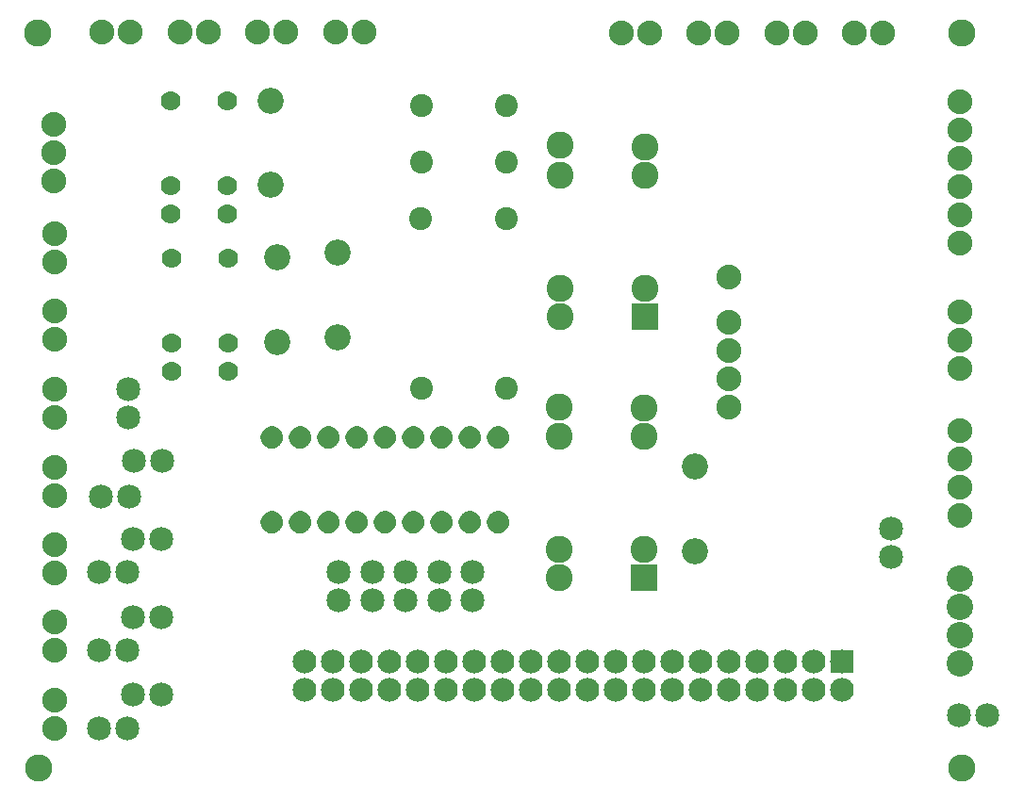
<source format=gbs>
G04 MADE WITH FRITZING*
G04 WWW.FRITZING.ORG*
G04 DOUBLE SIDED*
G04 HOLES PLATED*
G04 CONTOUR ON CENTER OF CONTOUR VECTOR*
%ASAXBY*%
%FSLAX23Y23*%
%MOIN*%
%OFA0B0*%
%SFA1.0B1.0*%
%ADD10C,0.084000*%
%ADD11C,0.088000*%
%ADD12C,0.070000*%
%ADD13C,0.085000*%
%ADD14C,0.095750*%
%ADD15C,0.092000*%
%ADD16C,0.096614*%
%ADD17C,0.093307*%
%ADD18C,0.081181*%
%ADD19R,0.084000X0.084000*%
%ADD20R,0.010171X0.010171*%
%ADD21R,0.095736X0.095736*%
%ADD22C,0.030000*%
%ADD23R,0.001000X0.001000*%
%LNMASK0*%
G90*
G70*
G54D10*
X2992Y486D03*
X2892Y486D03*
X2792Y486D03*
X2692Y486D03*
X2592Y486D03*
X2492Y486D03*
X2392Y486D03*
X2292Y486D03*
X2192Y486D03*
X2092Y486D03*
X1992Y486D03*
X1892Y486D03*
X1792Y486D03*
X1692Y486D03*
X1592Y486D03*
X1492Y486D03*
X1392Y486D03*
X1292Y486D03*
X1192Y486D03*
X1092Y486D03*
X2992Y386D03*
X2892Y386D03*
X2792Y386D03*
X2692Y386D03*
X2592Y386D03*
X2492Y386D03*
X2392Y386D03*
X2292Y386D03*
X2192Y386D03*
X2092Y386D03*
X1992Y386D03*
X1892Y386D03*
X1792Y386D03*
X1692Y386D03*
X1592Y386D03*
X1492Y386D03*
X1392Y386D03*
X1292Y386D03*
X1192Y386D03*
X1092Y386D03*
G54D11*
X2590Y1387D03*
X2590Y1487D03*
X2590Y1587D03*
X2590Y1687D03*
X3409Y1966D03*
X3409Y2066D03*
X3409Y2166D03*
X3409Y2266D03*
X3409Y2366D03*
X3409Y2466D03*
X2590Y1844D03*
X3409Y1521D03*
X3409Y1621D03*
X3409Y1721D03*
G54D12*
X618Y2468D03*
X618Y2168D03*
X618Y2068D03*
X818Y2068D03*
X818Y2468D03*
X818Y2168D03*
X622Y1913D03*
X622Y1613D03*
X622Y1513D03*
X822Y1513D03*
X822Y1913D03*
X822Y1613D03*
G54D11*
X2585Y2710D03*
X2485Y2710D03*
X1300Y2711D03*
X1200Y2711D03*
X3136Y2710D03*
X3036Y2710D03*
X752Y2711D03*
X652Y2711D03*
X1025Y2711D03*
X925Y2711D03*
X475Y2711D03*
X375Y2711D03*
X2860Y2710D03*
X2760Y2710D03*
X2310Y2710D03*
X2210Y2710D03*
G54D13*
X468Y1450D03*
X468Y1350D03*
G54D11*
X207Y1998D03*
X207Y1898D03*
X207Y1448D03*
X207Y1348D03*
X207Y1724D03*
X207Y1624D03*
X207Y348D03*
X207Y248D03*
X207Y1172D03*
X207Y1072D03*
X207Y899D03*
X207Y799D03*
X207Y624D03*
X207Y524D03*
G54D13*
X366Y250D03*
X466Y250D03*
X484Y919D03*
X584Y919D03*
X484Y643D03*
X584Y643D03*
X370Y1068D03*
X470Y1068D03*
X487Y1194D03*
X587Y1194D03*
X484Y368D03*
X584Y368D03*
X366Y801D03*
X466Y801D03*
X366Y525D03*
X466Y525D03*
G54D14*
X1995Y1706D03*
X2295Y1806D03*
X1995Y1806D03*
X2295Y2206D03*
X1995Y2206D03*
X2295Y2306D03*
X1995Y2312D03*
X2295Y1706D03*
X1991Y781D03*
X2291Y881D03*
X1991Y881D03*
X2291Y1281D03*
X1991Y1281D03*
X2291Y1381D03*
X1991Y1387D03*
X2291Y781D03*
G54D11*
X206Y2387D03*
X206Y2287D03*
X206Y2187D03*
G54D13*
X1212Y702D03*
X1212Y802D03*
X1685Y702D03*
X1685Y802D03*
X1567Y702D03*
X1567Y802D03*
X1448Y702D03*
X1448Y802D03*
X1330Y702D03*
X1330Y802D03*
G54D15*
X1208Y1931D03*
X1208Y1633D03*
X2472Y1174D03*
X2472Y876D03*
X996Y1616D03*
X996Y1914D03*
X972Y2171D03*
X972Y2469D03*
G54D16*
X3413Y108D03*
X151Y108D03*
X149Y2710D03*
X3413Y2710D03*
G54D11*
X3409Y1002D03*
X3409Y1102D03*
X3409Y1202D03*
X3409Y1302D03*
G54D17*
X3409Y478D03*
X3409Y578D03*
X3409Y678D03*
X3409Y778D03*
G54D13*
X3405Y297D03*
X3505Y297D03*
X3165Y954D03*
X3165Y854D03*
G54D18*
X1504Y2253D03*
X1803Y2053D03*
X1803Y1453D03*
X1504Y1453D03*
X1502Y2053D03*
X1803Y2253D03*
X1504Y2453D03*
X1803Y2453D03*
G54D19*
X2992Y486D03*
G54D20*
X2296Y1808D03*
X1995Y1808D03*
X2293Y2206D03*
G54D21*
X2295Y1706D03*
G54D20*
X2292Y883D03*
X1991Y883D03*
X2290Y1281D03*
G54D21*
X2291Y781D03*
G54D22*
G36*
X1239Y1901D02*
X1177Y1901D01*
X1177Y1963D01*
X1239Y1963D01*
X1239Y1901D01*
G37*
D02*
G36*
X2503Y1144D02*
X2441Y1144D01*
X2441Y1206D01*
X2503Y1206D01*
X2503Y1144D01*
G37*
D02*
G36*
X965Y1646D02*
X1027Y1646D01*
X1027Y1584D01*
X965Y1584D01*
X965Y1646D01*
G37*
D02*
G36*
X941Y2201D02*
X1003Y2201D01*
X1003Y2139D01*
X941Y2139D01*
X941Y2201D01*
G37*
D02*
G54D23*
X972Y1318D02*
X978Y1318D01*
X1072Y1318D02*
X1078Y1318D01*
X1172Y1318D02*
X1178Y1318D01*
X1272Y1318D02*
X1278Y1318D01*
X1372Y1318D02*
X1378Y1318D01*
X1472Y1318D02*
X1478Y1318D01*
X1572Y1318D02*
X1578Y1318D01*
X1672Y1318D02*
X1678Y1318D01*
X1772Y1318D02*
X1778Y1318D01*
X967Y1317D02*
X983Y1317D01*
X1067Y1317D02*
X1083Y1317D01*
X1167Y1317D02*
X1183Y1317D01*
X1267Y1317D02*
X1283Y1317D01*
X1367Y1317D02*
X1383Y1317D01*
X1467Y1317D02*
X1483Y1317D01*
X1567Y1317D02*
X1583Y1317D01*
X1667Y1317D02*
X1683Y1317D01*
X1767Y1317D02*
X1783Y1317D01*
X964Y1316D02*
X987Y1316D01*
X1064Y1316D02*
X1087Y1316D01*
X1164Y1316D02*
X1186Y1316D01*
X1264Y1316D02*
X1286Y1316D01*
X1364Y1316D02*
X1386Y1316D01*
X1464Y1316D02*
X1486Y1316D01*
X1564Y1316D02*
X1586Y1316D01*
X1664Y1316D02*
X1686Y1316D01*
X1764Y1316D02*
X1786Y1316D01*
X962Y1315D02*
X989Y1315D01*
X1062Y1315D02*
X1089Y1315D01*
X1162Y1315D02*
X1189Y1315D01*
X1262Y1315D02*
X1289Y1315D01*
X1362Y1315D02*
X1389Y1315D01*
X1462Y1315D02*
X1489Y1315D01*
X1562Y1315D02*
X1589Y1315D01*
X1661Y1315D02*
X1689Y1315D01*
X1761Y1315D02*
X1789Y1315D01*
X960Y1314D02*
X991Y1314D01*
X1060Y1314D02*
X1091Y1314D01*
X1160Y1314D02*
X1191Y1314D01*
X1260Y1314D02*
X1291Y1314D01*
X1360Y1314D02*
X1391Y1314D01*
X1460Y1314D02*
X1491Y1314D01*
X1559Y1314D02*
X1591Y1314D01*
X1659Y1314D02*
X1691Y1314D01*
X1759Y1314D02*
X1791Y1314D01*
X958Y1313D02*
X993Y1313D01*
X1058Y1313D02*
X1093Y1313D01*
X1158Y1313D02*
X1193Y1313D01*
X1258Y1313D02*
X1293Y1313D01*
X1358Y1313D02*
X1393Y1313D01*
X1458Y1313D02*
X1493Y1313D01*
X1558Y1313D02*
X1593Y1313D01*
X1658Y1313D02*
X1693Y1313D01*
X1758Y1313D02*
X1793Y1313D01*
X956Y1312D02*
X994Y1312D01*
X1056Y1312D02*
X1094Y1312D01*
X1156Y1312D02*
X1194Y1312D01*
X1256Y1312D02*
X1294Y1312D01*
X1356Y1312D02*
X1394Y1312D01*
X1456Y1312D02*
X1494Y1312D01*
X1556Y1312D02*
X1594Y1312D01*
X1656Y1312D02*
X1694Y1312D01*
X1756Y1312D02*
X1794Y1312D01*
X955Y1311D02*
X996Y1311D01*
X1055Y1311D02*
X1096Y1311D01*
X1155Y1311D02*
X1196Y1311D01*
X1255Y1311D02*
X1296Y1311D01*
X1355Y1311D02*
X1396Y1311D01*
X1455Y1311D02*
X1496Y1311D01*
X1554Y1311D02*
X1596Y1311D01*
X1654Y1311D02*
X1696Y1311D01*
X1754Y1311D02*
X1796Y1311D01*
X953Y1310D02*
X997Y1310D01*
X1053Y1310D02*
X1097Y1310D01*
X1153Y1310D02*
X1197Y1310D01*
X1253Y1310D02*
X1297Y1310D01*
X1353Y1310D02*
X1397Y1310D01*
X1453Y1310D02*
X1497Y1310D01*
X1553Y1310D02*
X1597Y1310D01*
X1653Y1310D02*
X1697Y1310D01*
X1753Y1310D02*
X1797Y1310D01*
X952Y1309D02*
X999Y1309D01*
X1052Y1309D02*
X1099Y1309D01*
X1152Y1309D02*
X1199Y1309D01*
X1252Y1309D02*
X1299Y1309D01*
X1352Y1309D02*
X1399Y1309D01*
X1452Y1309D02*
X1499Y1309D01*
X1552Y1309D02*
X1598Y1309D01*
X1652Y1309D02*
X1698Y1309D01*
X1752Y1309D02*
X1798Y1309D01*
X951Y1308D02*
X1000Y1308D01*
X1051Y1308D02*
X1100Y1308D01*
X1151Y1308D02*
X1200Y1308D01*
X1251Y1308D02*
X1300Y1308D01*
X1351Y1308D02*
X1400Y1308D01*
X1451Y1308D02*
X1500Y1308D01*
X1551Y1308D02*
X1600Y1308D01*
X1651Y1308D02*
X1700Y1308D01*
X1751Y1308D02*
X1800Y1308D01*
X950Y1307D02*
X1001Y1307D01*
X1050Y1307D02*
X1101Y1307D01*
X1150Y1307D02*
X1201Y1307D01*
X1250Y1307D02*
X1301Y1307D01*
X1350Y1307D02*
X1401Y1307D01*
X1450Y1307D02*
X1501Y1307D01*
X1550Y1307D02*
X1601Y1307D01*
X1650Y1307D02*
X1701Y1307D01*
X1750Y1307D02*
X1801Y1307D01*
X949Y1306D02*
X1002Y1306D01*
X1049Y1306D02*
X1102Y1306D01*
X1149Y1306D02*
X1202Y1306D01*
X1249Y1306D02*
X1302Y1306D01*
X1349Y1306D02*
X1402Y1306D01*
X1449Y1306D02*
X1502Y1306D01*
X1548Y1306D02*
X1602Y1306D01*
X1648Y1306D02*
X1702Y1306D01*
X1748Y1306D02*
X1802Y1306D01*
X948Y1305D02*
X1003Y1305D01*
X1048Y1305D02*
X1103Y1305D01*
X1148Y1305D02*
X1203Y1305D01*
X1248Y1305D02*
X1303Y1305D01*
X1348Y1305D02*
X1403Y1305D01*
X1448Y1305D02*
X1503Y1305D01*
X1548Y1305D02*
X1603Y1305D01*
X1647Y1305D02*
X1703Y1305D01*
X1747Y1305D02*
X1803Y1305D01*
X947Y1304D02*
X1004Y1304D01*
X1047Y1304D02*
X1104Y1304D01*
X1147Y1304D02*
X1204Y1304D01*
X1247Y1304D02*
X1304Y1304D01*
X1347Y1304D02*
X1404Y1304D01*
X1447Y1304D02*
X1504Y1304D01*
X1547Y1304D02*
X1604Y1304D01*
X1647Y1304D02*
X1704Y1304D01*
X1747Y1304D02*
X1804Y1304D01*
X946Y1303D02*
X1005Y1303D01*
X1046Y1303D02*
X1105Y1303D01*
X1146Y1303D02*
X1205Y1303D01*
X1246Y1303D02*
X1305Y1303D01*
X1346Y1303D02*
X1405Y1303D01*
X1446Y1303D02*
X1505Y1303D01*
X1546Y1303D02*
X1605Y1303D01*
X1646Y1303D02*
X1705Y1303D01*
X1746Y1303D02*
X1805Y1303D01*
X945Y1302D02*
X1006Y1302D01*
X1045Y1302D02*
X1106Y1302D01*
X1145Y1302D02*
X1206Y1302D01*
X1245Y1302D02*
X1306Y1302D01*
X1345Y1302D02*
X1406Y1302D01*
X1445Y1302D02*
X1506Y1302D01*
X1545Y1302D02*
X1605Y1302D01*
X1645Y1302D02*
X1705Y1302D01*
X1745Y1302D02*
X1805Y1302D01*
X944Y1301D02*
X1006Y1301D01*
X1044Y1301D02*
X1106Y1301D01*
X1144Y1301D02*
X1206Y1301D01*
X1244Y1301D02*
X1306Y1301D01*
X1344Y1301D02*
X1406Y1301D01*
X1444Y1301D02*
X1506Y1301D01*
X1544Y1301D02*
X1606Y1301D01*
X1644Y1301D02*
X1706Y1301D01*
X1744Y1301D02*
X1806Y1301D01*
X943Y1300D02*
X1007Y1300D01*
X1043Y1300D02*
X1107Y1300D01*
X1143Y1300D02*
X1207Y1300D01*
X1243Y1300D02*
X1307Y1300D01*
X1343Y1300D02*
X1407Y1300D01*
X1443Y1300D02*
X1507Y1300D01*
X1543Y1300D02*
X1607Y1300D01*
X1643Y1300D02*
X1707Y1300D01*
X1743Y1300D02*
X1807Y1300D01*
X943Y1299D02*
X1008Y1299D01*
X1043Y1299D02*
X1108Y1299D01*
X1143Y1299D02*
X1208Y1299D01*
X1243Y1299D02*
X1308Y1299D01*
X1343Y1299D02*
X1408Y1299D01*
X1443Y1299D02*
X1508Y1299D01*
X1543Y1299D02*
X1608Y1299D01*
X1643Y1299D02*
X1708Y1299D01*
X1743Y1299D02*
X1808Y1299D01*
X942Y1298D02*
X1009Y1298D01*
X1042Y1298D02*
X1108Y1298D01*
X1142Y1298D02*
X1208Y1298D01*
X1242Y1298D02*
X1308Y1298D01*
X1342Y1298D02*
X1408Y1298D01*
X1442Y1298D02*
X1508Y1298D01*
X1542Y1298D02*
X1608Y1298D01*
X1642Y1298D02*
X1708Y1298D01*
X1742Y1298D02*
X1808Y1298D01*
X941Y1297D02*
X1009Y1297D01*
X1041Y1297D02*
X1109Y1297D01*
X1141Y1297D02*
X1209Y1297D01*
X1241Y1297D02*
X1309Y1297D01*
X1341Y1297D02*
X1409Y1297D01*
X1441Y1297D02*
X1509Y1297D01*
X1541Y1297D02*
X1609Y1297D01*
X1641Y1297D02*
X1709Y1297D01*
X1741Y1297D02*
X1809Y1297D01*
X941Y1296D02*
X1010Y1296D01*
X1041Y1296D02*
X1110Y1296D01*
X1141Y1296D02*
X1210Y1296D01*
X1241Y1296D02*
X1310Y1296D01*
X1341Y1296D02*
X1410Y1296D01*
X1441Y1296D02*
X1510Y1296D01*
X1541Y1296D02*
X1610Y1296D01*
X1641Y1296D02*
X1710Y1296D01*
X1741Y1296D02*
X1810Y1296D01*
X940Y1295D02*
X1010Y1295D01*
X1040Y1295D02*
X1110Y1295D01*
X1140Y1295D02*
X1210Y1295D01*
X1240Y1295D02*
X1310Y1295D01*
X1340Y1295D02*
X1410Y1295D01*
X1440Y1295D02*
X1510Y1295D01*
X1540Y1295D02*
X1610Y1295D01*
X1640Y1295D02*
X1710Y1295D01*
X1740Y1295D02*
X1810Y1295D01*
X940Y1294D02*
X1011Y1294D01*
X1040Y1294D02*
X1111Y1294D01*
X1140Y1294D02*
X1211Y1294D01*
X1240Y1294D02*
X1311Y1294D01*
X1340Y1294D02*
X1411Y1294D01*
X1440Y1294D02*
X1511Y1294D01*
X1540Y1294D02*
X1611Y1294D01*
X1640Y1294D02*
X1711Y1294D01*
X1740Y1294D02*
X1811Y1294D01*
X939Y1293D02*
X1011Y1293D01*
X1039Y1293D02*
X1111Y1293D01*
X1139Y1293D02*
X1211Y1293D01*
X1239Y1293D02*
X1311Y1293D01*
X1339Y1293D02*
X1411Y1293D01*
X1439Y1293D02*
X1511Y1293D01*
X1539Y1293D02*
X1611Y1293D01*
X1639Y1293D02*
X1711Y1293D01*
X1739Y1293D02*
X1811Y1293D01*
X939Y1292D02*
X1012Y1292D01*
X1039Y1292D02*
X1112Y1292D01*
X1139Y1292D02*
X1212Y1292D01*
X1239Y1292D02*
X1312Y1292D01*
X1339Y1292D02*
X1412Y1292D01*
X1439Y1292D02*
X1512Y1292D01*
X1539Y1292D02*
X1612Y1292D01*
X1639Y1292D02*
X1712Y1292D01*
X1739Y1292D02*
X1812Y1292D01*
X938Y1291D02*
X1012Y1291D01*
X1038Y1291D02*
X1112Y1291D01*
X1138Y1291D02*
X1212Y1291D01*
X1238Y1291D02*
X1312Y1291D01*
X1338Y1291D02*
X1412Y1291D01*
X1438Y1291D02*
X1512Y1291D01*
X1538Y1291D02*
X1612Y1291D01*
X1638Y1291D02*
X1712Y1291D01*
X1738Y1291D02*
X1812Y1291D01*
X938Y1290D02*
X1013Y1290D01*
X1038Y1290D02*
X1113Y1290D01*
X1138Y1290D02*
X1213Y1290D01*
X1238Y1290D02*
X1312Y1290D01*
X1338Y1290D02*
X1412Y1290D01*
X1438Y1290D02*
X1512Y1290D01*
X1538Y1290D02*
X1612Y1290D01*
X1638Y1290D02*
X1712Y1290D01*
X1738Y1290D02*
X1812Y1290D01*
X938Y1289D02*
X1013Y1289D01*
X1038Y1289D02*
X1113Y1289D01*
X1138Y1289D02*
X1213Y1289D01*
X1238Y1289D02*
X1313Y1289D01*
X1338Y1289D02*
X1413Y1289D01*
X1438Y1289D02*
X1513Y1289D01*
X1538Y1289D02*
X1613Y1289D01*
X1638Y1289D02*
X1713Y1289D01*
X1738Y1289D02*
X1813Y1289D01*
X937Y1288D02*
X1013Y1288D01*
X1037Y1288D02*
X1113Y1288D01*
X1137Y1288D02*
X1213Y1288D01*
X1237Y1288D02*
X1313Y1288D01*
X1337Y1288D02*
X1413Y1288D01*
X1437Y1288D02*
X1513Y1288D01*
X1537Y1288D02*
X1613Y1288D01*
X1637Y1288D02*
X1713Y1288D01*
X1737Y1288D02*
X1813Y1288D01*
X937Y1287D02*
X1014Y1287D01*
X1037Y1287D02*
X1114Y1287D01*
X1137Y1287D02*
X1213Y1287D01*
X1237Y1287D02*
X1313Y1287D01*
X1337Y1287D02*
X1413Y1287D01*
X1437Y1287D02*
X1513Y1287D01*
X1537Y1287D02*
X1613Y1287D01*
X1637Y1287D02*
X1713Y1287D01*
X1737Y1287D02*
X1813Y1287D01*
X937Y1286D02*
X1014Y1286D01*
X1037Y1286D02*
X1114Y1286D01*
X1137Y1286D02*
X1214Y1286D01*
X1237Y1286D02*
X1314Y1286D01*
X1337Y1286D02*
X1414Y1286D01*
X1437Y1286D02*
X1514Y1286D01*
X1537Y1286D02*
X1614Y1286D01*
X1637Y1286D02*
X1714Y1286D01*
X1737Y1286D02*
X1814Y1286D01*
X937Y1285D02*
X1014Y1285D01*
X1037Y1285D02*
X1114Y1285D01*
X1137Y1285D02*
X1214Y1285D01*
X1237Y1285D02*
X1314Y1285D01*
X1337Y1285D02*
X1414Y1285D01*
X1436Y1285D02*
X1514Y1285D01*
X1536Y1285D02*
X1614Y1285D01*
X1636Y1285D02*
X1714Y1285D01*
X1736Y1285D02*
X1814Y1285D01*
X936Y1284D02*
X1014Y1284D01*
X1036Y1284D02*
X1114Y1284D01*
X1136Y1284D02*
X1214Y1284D01*
X1236Y1284D02*
X1314Y1284D01*
X1336Y1284D02*
X1414Y1284D01*
X1436Y1284D02*
X1514Y1284D01*
X1536Y1284D02*
X1614Y1284D01*
X1636Y1284D02*
X1714Y1284D01*
X1736Y1284D02*
X1814Y1284D01*
X936Y1283D02*
X1014Y1283D01*
X1036Y1283D02*
X1114Y1283D01*
X1136Y1283D02*
X1214Y1283D01*
X1236Y1283D02*
X1314Y1283D01*
X1336Y1283D02*
X1414Y1283D01*
X1436Y1283D02*
X1514Y1283D01*
X1536Y1283D02*
X1614Y1283D01*
X1636Y1283D02*
X1714Y1283D01*
X1736Y1283D02*
X1814Y1283D01*
X936Y1282D02*
X1015Y1282D01*
X1036Y1282D02*
X1115Y1282D01*
X1136Y1282D02*
X1215Y1282D01*
X1236Y1282D02*
X1314Y1282D01*
X1336Y1282D02*
X1414Y1282D01*
X1436Y1282D02*
X1514Y1282D01*
X1536Y1282D02*
X1614Y1282D01*
X1636Y1282D02*
X1714Y1282D01*
X1736Y1282D02*
X1814Y1282D01*
X936Y1281D02*
X1015Y1281D01*
X1036Y1281D02*
X1115Y1281D01*
X1136Y1281D02*
X1215Y1281D01*
X1236Y1281D02*
X1315Y1281D01*
X1336Y1281D02*
X1415Y1281D01*
X1436Y1281D02*
X1515Y1281D01*
X1536Y1281D02*
X1614Y1281D01*
X1636Y1281D02*
X1714Y1281D01*
X1736Y1281D02*
X1814Y1281D01*
X936Y1280D02*
X1015Y1280D01*
X1036Y1280D02*
X1115Y1280D01*
X1136Y1280D02*
X1215Y1280D01*
X1236Y1280D02*
X1315Y1280D01*
X1336Y1280D02*
X1415Y1280D01*
X1436Y1280D02*
X1515Y1280D01*
X1536Y1280D02*
X1615Y1280D01*
X1636Y1280D02*
X1715Y1280D01*
X1736Y1280D02*
X1815Y1280D01*
X936Y1279D02*
X1015Y1279D01*
X1036Y1279D02*
X1115Y1279D01*
X1136Y1279D02*
X1215Y1279D01*
X1236Y1279D02*
X1315Y1279D01*
X1336Y1279D02*
X1415Y1279D01*
X1436Y1279D02*
X1515Y1279D01*
X1536Y1279D02*
X1615Y1279D01*
X1636Y1279D02*
X1715Y1279D01*
X1736Y1279D02*
X1815Y1279D01*
X936Y1278D02*
X1015Y1278D01*
X1036Y1278D02*
X1115Y1278D01*
X1136Y1278D02*
X1215Y1278D01*
X1236Y1278D02*
X1315Y1278D01*
X1336Y1278D02*
X1415Y1278D01*
X1436Y1278D02*
X1515Y1278D01*
X1536Y1278D02*
X1615Y1278D01*
X1636Y1278D02*
X1715Y1278D01*
X1736Y1278D02*
X1815Y1278D01*
X936Y1277D02*
X1015Y1277D01*
X1036Y1277D02*
X1115Y1277D01*
X1136Y1277D02*
X1215Y1277D01*
X1236Y1277D02*
X1315Y1277D01*
X1336Y1277D02*
X1415Y1277D01*
X1436Y1277D02*
X1515Y1277D01*
X1536Y1277D02*
X1615Y1277D01*
X1636Y1277D02*
X1715Y1277D01*
X1736Y1277D02*
X1815Y1277D01*
X936Y1276D02*
X1015Y1276D01*
X1036Y1276D02*
X1115Y1276D01*
X1136Y1276D02*
X1215Y1276D01*
X1236Y1276D02*
X1315Y1276D01*
X1336Y1276D02*
X1415Y1276D01*
X1436Y1276D02*
X1515Y1276D01*
X1536Y1276D02*
X1615Y1276D01*
X1636Y1276D02*
X1715Y1276D01*
X1736Y1276D02*
X1814Y1276D01*
X936Y1275D02*
X1015Y1275D01*
X1036Y1275D02*
X1115Y1275D01*
X1136Y1275D02*
X1215Y1275D01*
X1236Y1275D02*
X1315Y1275D01*
X1336Y1275D02*
X1415Y1275D01*
X1436Y1275D02*
X1515Y1275D01*
X1536Y1275D02*
X1614Y1275D01*
X1636Y1275D02*
X1714Y1275D01*
X1736Y1275D02*
X1814Y1275D01*
X936Y1274D02*
X1014Y1274D01*
X1036Y1274D02*
X1114Y1274D01*
X1136Y1274D02*
X1214Y1274D01*
X1236Y1274D02*
X1314Y1274D01*
X1336Y1274D02*
X1414Y1274D01*
X1436Y1274D02*
X1514Y1274D01*
X1536Y1274D02*
X1614Y1274D01*
X1636Y1274D02*
X1714Y1274D01*
X1736Y1274D02*
X1814Y1274D01*
X936Y1273D02*
X1014Y1273D01*
X1036Y1273D02*
X1114Y1273D01*
X1136Y1273D02*
X1214Y1273D01*
X1236Y1273D02*
X1314Y1273D01*
X1336Y1273D02*
X1414Y1273D01*
X1436Y1273D02*
X1514Y1273D01*
X1536Y1273D02*
X1614Y1273D01*
X1636Y1273D02*
X1714Y1273D01*
X1736Y1273D02*
X1814Y1273D01*
X936Y1272D02*
X1014Y1272D01*
X1036Y1272D02*
X1114Y1272D01*
X1136Y1272D02*
X1214Y1272D01*
X1236Y1272D02*
X1314Y1272D01*
X1336Y1272D02*
X1414Y1272D01*
X1436Y1272D02*
X1514Y1272D01*
X1536Y1272D02*
X1614Y1272D01*
X1636Y1272D02*
X1714Y1272D01*
X1736Y1272D02*
X1814Y1272D01*
X937Y1271D02*
X1014Y1271D01*
X1037Y1271D02*
X1114Y1271D01*
X1137Y1271D02*
X1214Y1271D01*
X1237Y1271D02*
X1314Y1271D01*
X1337Y1271D02*
X1414Y1271D01*
X1437Y1271D02*
X1514Y1271D01*
X1537Y1271D02*
X1614Y1271D01*
X1637Y1271D02*
X1714Y1271D01*
X1737Y1271D02*
X1814Y1271D01*
X937Y1270D02*
X1014Y1270D01*
X1037Y1270D02*
X1114Y1270D01*
X1137Y1270D02*
X1214Y1270D01*
X1237Y1270D02*
X1314Y1270D01*
X1337Y1270D02*
X1414Y1270D01*
X1437Y1270D02*
X1514Y1270D01*
X1537Y1270D02*
X1614Y1270D01*
X1637Y1270D02*
X1714Y1270D01*
X1737Y1270D02*
X1814Y1270D01*
X937Y1269D02*
X1013Y1269D01*
X1037Y1269D02*
X1113Y1269D01*
X1137Y1269D02*
X1213Y1269D01*
X1237Y1269D02*
X1313Y1269D01*
X1337Y1269D02*
X1413Y1269D01*
X1437Y1269D02*
X1513Y1269D01*
X1537Y1269D02*
X1613Y1269D01*
X1637Y1269D02*
X1713Y1269D01*
X1737Y1269D02*
X1813Y1269D01*
X938Y1268D02*
X1013Y1268D01*
X1038Y1268D02*
X1113Y1268D01*
X1137Y1268D02*
X1213Y1268D01*
X1237Y1268D02*
X1313Y1268D01*
X1337Y1268D02*
X1413Y1268D01*
X1437Y1268D02*
X1513Y1268D01*
X1537Y1268D02*
X1613Y1268D01*
X1637Y1268D02*
X1713Y1268D01*
X1737Y1268D02*
X1813Y1268D01*
X938Y1267D02*
X1013Y1267D01*
X1038Y1267D02*
X1113Y1267D01*
X1138Y1267D02*
X1213Y1267D01*
X1238Y1267D02*
X1313Y1267D01*
X1338Y1267D02*
X1413Y1267D01*
X1438Y1267D02*
X1513Y1267D01*
X1538Y1267D02*
X1613Y1267D01*
X1638Y1267D02*
X1713Y1267D01*
X1738Y1267D02*
X1813Y1267D01*
X938Y1266D02*
X1012Y1266D01*
X1038Y1266D02*
X1112Y1266D01*
X1138Y1266D02*
X1212Y1266D01*
X1238Y1266D02*
X1312Y1266D01*
X1338Y1266D02*
X1412Y1266D01*
X1438Y1266D02*
X1512Y1266D01*
X1538Y1266D02*
X1612Y1266D01*
X1638Y1266D02*
X1712Y1266D01*
X1738Y1266D02*
X1812Y1266D01*
X939Y1265D02*
X1012Y1265D01*
X1039Y1265D02*
X1112Y1265D01*
X1139Y1265D02*
X1212Y1265D01*
X1239Y1265D02*
X1312Y1265D01*
X1339Y1265D02*
X1412Y1265D01*
X1439Y1265D02*
X1512Y1265D01*
X1539Y1265D02*
X1612Y1265D01*
X1638Y1265D02*
X1712Y1265D01*
X1738Y1265D02*
X1812Y1265D01*
X939Y1264D02*
X1012Y1264D01*
X1039Y1264D02*
X1112Y1264D01*
X1139Y1264D02*
X1212Y1264D01*
X1239Y1264D02*
X1311Y1264D01*
X1339Y1264D02*
X1411Y1264D01*
X1439Y1264D02*
X1511Y1264D01*
X1539Y1264D02*
X1611Y1264D01*
X1639Y1264D02*
X1711Y1264D01*
X1739Y1264D02*
X1811Y1264D01*
X940Y1263D02*
X1011Y1263D01*
X1040Y1263D02*
X1111Y1263D01*
X1139Y1263D02*
X1211Y1263D01*
X1239Y1263D02*
X1311Y1263D01*
X1339Y1263D02*
X1411Y1263D01*
X1439Y1263D02*
X1511Y1263D01*
X1539Y1263D02*
X1611Y1263D01*
X1639Y1263D02*
X1711Y1263D01*
X1739Y1263D02*
X1811Y1263D01*
X940Y1262D02*
X1011Y1262D01*
X1040Y1262D02*
X1111Y1262D01*
X1140Y1262D02*
X1211Y1262D01*
X1240Y1262D02*
X1311Y1262D01*
X1340Y1262D02*
X1410Y1262D01*
X1440Y1262D02*
X1510Y1262D01*
X1540Y1262D02*
X1610Y1262D01*
X1640Y1262D02*
X1710Y1262D01*
X1740Y1262D02*
X1810Y1262D01*
X941Y1261D02*
X1010Y1261D01*
X1041Y1261D02*
X1110Y1261D01*
X1141Y1261D02*
X1210Y1261D01*
X1241Y1261D02*
X1310Y1261D01*
X1340Y1261D02*
X1410Y1261D01*
X1440Y1261D02*
X1510Y1261D01*
X1540Y1261D02*
X1610Y1261D01*
X1640Y1261D02*
X1710Y1261D01*
X1740Y1261D02*
X1810Y1261D01*
X941Y1260D02*
X1010Y1260D01*
X1041Y1260D02*
X1109Y1260D01*
X1141Y1260D02*
X1209Y1260D01*
X1241Y1260D02*
X1309Y1260D01*
X1341Y1260D02*
X1409Y1260D01*
X1441Y1260D02*
X1509Y1260D01*
X1541Y1260D02*
X1609Y1260D01*
X1641Y1260D02*
X1709Y1260D01*
X1741Y1260D02*
X1809Y1260D01*
X942Y1259D02*
X1009Y1259D01*
X1042Y1259D02*
X1109Y1259D01*
X1142Y1259D02*
X1209Y1259D01*
X1242Y1259D02*
X1309Y1259D01*
X1342Y1259D02*
X1409Y1259D01*
X1442Y1259D02*
X1509Y1259D01*
X1542Y1259D02*
X1609Y1259D01*
X1642Y1259D02*
X1709Y1259D01*
X1742Y1259D02*
X1809Y1259D01*
X942Y1258D02*
X1008Y1258D01*
X1042Y1258D02*
X1108Y1258D01*
X1142Y1258D02*
X1208Y1258D01*
X1242Y1258D02*
X1308Y1258D01*
X1342Y1258D02*
X1408Y1258D01*
X1442Y1258D02*
X1508Y1258D01*
X1542Y1258D02*
X1608Y1258D01*
X1642Y1258D02*
X1708Y1258D01*
X1742Y1258D02*
X1808Y1258D01*
X943Y1257D02*
X1008Y1257D01*
X1043Y1257D02*
X1108Y1257D01*
X1143Y1257D02*
X1208Y1257D01*
X1243Y1257D02*
X1308Y1257D01*
X1343Y1257D02*
X1407Y1257D01*
X1443Y1257D02*
X1507Y1257D01*
X1543Y1257D02*
X1607Y1257D01*
X1643Y1257D02*
X1707Y1257D01*
X1743Y1257D02*
X1807Y1257D01*
X944Y1256D02*
X1007Y1256D01*
X1044Y1256D02*
X1107Y1256D01*
X1144Y1256D02*
X1207Y1256D01*
X1244Y1256D02*
X1307Y1256D01*
X1344Y1256D02*
X1407Y1256D01*
X1444Y1256D02*
X1507Y1256D01*
X1544Y1256D02*
X1607Y1256D01*
X1644Y1256D02*
X1707Y1256D01*
X1744Y1256D02*
X1807Y1256D01*
X945Y1255D02*
X1006Y1255D01*
X1045Y1255D02*
X1106Y1255D01*
X1145Y1255D02*
X1206Y1255D01*
X1244Y1255D02*
X1306Y1255D01*
X1344Y1255D02*
X1406Y1255D01*
X1444Y1255D02*
X1506Y1255D01*
X1544Y1255D02*
X1606Y1255D01*
X1644Y1255D02*
X1706Y1255D01*
X1744Y1255D02*
X1806Y1255D01*
X945Y1254D02*
X1005Y1254D01*
X1045Y1254D02*
X1105Y1254D01*
X1145Y1254D02*
X1205Y1254D01*
X1245Y1254D02*
X1305Y1254D01*
X1345Y1254D02*
X1405Y1254D01*
X1445Y1254D02*
X1505Y1254D01*
X1545Y1254D02*
X1605Y1254D01*
X1645Y1254D02*
X1705Y1254D01*
X1745Y1254D02*
X1805Y1254D01*
X946Y1253D02*
X1004Y1253D01*
X1046Y1253D02*
X1104Y1253D01*
X1146Y1253D02*
X1204Y1253D01*
X1246Y1253D02*
X1304Y1253D01*
X1346Y1253D02*
X1404Y1253D01*
X1446Y1253D02*
X1504Y1253D01*
X1546Y1253D02*
X1604Y1253D01*
X1646Y1253D02*
X1704Y1253D01*
X1746Y1253D02*
X1804Y1253D01*
X947Y1252D02*
X1003Y1252D01*
X1047Y1252D02*
X1103Y1252D01*
X1147Y1252D02*
X1203Y1252D01*
X1247Y1252D02*
X1303Y1252D01*
X1347Y1252D02*
X1403Y1252D01*
X1447Y1252D02*
X1503Y1252D01*
X1547Y1252D02*
X1603Y1252D01*
X1647Y1252D02*
X1703Y1252D01*
X1747Y1252D02*
X1803Y1252D01*
X948Y1251D02*
X1003Y1251D01*
X1048Y1251D02*
X1103Y1251D01*
X1148Y1251D02*
X1203Y1251D01*
X1248Y1251D02*
X1303Y1251D01*
X1348Y1251D02*
X1402Y1251D01*
X1448Y1251D02*
X1502Y1251D01*
X1548Y1251D02*
X1602Y1251D01*
X1648Y1251D02*
X1702Y1251D01*
X1748Y1251D02*
X1802Y1251D01*
X949Y1250D02*
X1002Y1250D01*
X1049Y1250D02*
X1102Y1250D01*
X1149Y1250D02*
X1202Y1250D01*
X1249Y1250D02*
X1301Y1250D01*
X1349Y1250D02*
X1401Y1250D01*
X1449Y1250D02*
X1501Y1250D01*
X1549Y1250D02*
X1601Y1250D01*
X1649Y1250D02*
X1701Y1250D01*
X1749Y1250D02*
X1801Y1250D01*
X950Y1249D02*
X1000Y1249D01*
X1050Y1249D02*
X1100Y1249D01*
X1150Y1249D02*
X1200Y1249D01*
X1250Y1249D02*
X1300Y1249D01*
X1350Y1249D02*
X1400Y1249D01*
X1450Y1249D02*
X1500Y1249D01*
X1550Y1249D02*
X1600Y1249D01*
X1650Y1249D02*
X1700Y1249D01*
X1750Y1249D02*
X1800Y1249D01*
X951Y1248D02*
X999Y1248D01*
X1051Y1248D02*
X1099Y1248D01*
X1151Y1248D02*
X1199Y1248D01*
X1251Y1248D02*
X1299Y1248D01*
X1351Y1248D02*
X1399Y1248D01*
X1451Y1248D02*
X1499Y1248D01*
X1551Y1248D02*
X1599Y1248D01*
X1651Y1248D02*
X1699Y1248D01*
X1751Y1248D02*
X1799Y1248D01*
X953Y1247D02*
X998Y1247D01*
X1053Y1247D02*
X1098Y1247D01*
X1152Y1247D02*
X1198Y1247D01*
X1252Y1247D02*
X1298Y1247D01*
X1352Y1247D02*
X1398Y1247D01*
X1452Y1247D02*
X1498Y1247D01*
X1552Y1247D02*
X1598Y1247D01*
X1652Y1247D02*
X1698Y1247D01*
X1752Y1247D02*
X1798Y1247D01*
X954Y1246D02*
X997Y1246D01*
X1054Y1246D02*
X1097Y1246D01*
X1154Y1246D02*
X1197Y1246D01*
X1254Y1246D02*
X1297Y1246D01*
X1354Y1246D02*
X1397Y1246D01*
X1454Y1246D02*
X1497Y1246D01*
X1554Y1246D02*
X1597Y1246D01*
X1654Y1246D02*
X1697Y1246D01*
X1754Y1246D02*
X1797Y1246D01*
X955Y1245D02*
X995Y1245D01*
X1055Y1245D02*
X1095Y1245D01*
X1155Y1245D02*
X1195Y1245D01*
X1255Y1245D02*
X1295Y1245D01*
X1355Y1245D02*
X1395Y1245D01*
X1455Y1245D02*
X1495Y1245D01*
X1555Y1245D02*
X1595Y1245D01*
X1655Y1245D02*
X1695Y1245D01*
X1755Y1245D02*
X1795Y1245D01*
X957Y1244D02*
X994Y1244D01*
X1057Y1244D02*
X1094Y1244D01*
X1157Y1244D02*
X1194Y1244D01*
X1257Y1244D02*
X1294Y1244D01*
X1357Y1244D02*
X1394Y1244D01*
X1457Y1244D02*
X1494Y1244D01*
X1557Y1244D02*
X1594Y1244D01*
X1657Y1244D02*
X1694Y1244D01*
X1757Y1244D02*
X1794Y1244D01*
X959Y1243D02*
X992Y1243D01*
X1059Y1243D02*
X1092Y1243D01*
X1159Y1243D02*
X1192Y1243D01*
X1258Y1243D02*
X1292Y1243D01*
X1358Y1243D02*
X1392Y1243D01*
X1458Y1243D02*
X1492Y1243D01*
X1558Y1243D02*
X1592Y1243D01*
X1658Y1243D02*
X1692Y1243D01*
X1758Y1243D02*
X1792Y1243D01*
X960Y1242D02*
X990Y1242D01*
X1060Y1242D02*
X1090Y1242D01*
X1160Y1242D02*
X1190Y1242D01*
X1260Y1242D02*
X1290Y1242D01*
X1360Y1242D02*
X1390Y1242D01*
X1460Y1242D02*
X1490Y1242D01*
X1560Y1242D02*
X1590Y1242D01*
X1660Y1242D02*
X1690Y1242D01*
X1760Y1242D02*
X1790Y1242D01*
X963Y1241D02*
X988Y1241D01*
X1063Y1241D02*
X1088Y1241D01*
X1163Y1241D02*
X1188Y1241D01*
X1263Y1241D02*
X1288Y1241D01*
X1363Y1241D02*
X1388Y1241D01*
X1463Y1241D02*
X1488Y1241D01*
X1563Y1241D02*
X1588Y1241D01*
X1663Y1241D02*
X1688Y1241D01*
X1763Y1241D02*
X1788Y1241D01*
X965Y1240D02*
X985Y1240D01*
X1065Y1240D02*
X1085Y1240D01*
X1165Y1240D02*
X1185Y1240D01*
X1265Y1240D02*
X1285Y1240D01*
X1365Y1240D02*
X1385Y1240D01*
X1465Y1240D02*
X1485Y1240D01*
X1565Y1240D02*
X1585Y1240D01*
X1665Y1240D02*
X1685Y1240D01*
X1765Y1240D02*
X1785Y1240D01*
X969Y1239D02*
X982Y1239D01*
X1069Y1239D02*
X1082Y1239D01*
X1169Y1239D02*
X1182Y1239D01*
X1269Y1239D02*
X1282Y1239D01*
X1369Y1239D02*
X1382Y1239D01*
X1469Y1239D02*
X1482Y1239D01*
X1569Y1239D02*
X1582Y1239D01*
X1669Y1239D02*
X1682Y1239D01*
X1769Y1239D02*
X1781Y1239D01*
X972Y1018D02*
X979Y1018D01*
X1072Y1018D02*
X1079Y1018D01*
X1172Y1018D02*
X1179Y1018D01*
X1272Y1018D02*
X1279Y1018D01*
X1372Y1018D02*
X1379Y1018D01*
X1472Y1018D02*
X1479Y1018D01*
X1572Y1018D02*
X1578Y1018D01*
X1672Y1018D02*
X1678Y1018D01*
X1772Y1018D02*
X1778Y1018D01*
X967Y1017D02*
X984Y1017D01*
X1067Y1017D02*
X1083Y1017D01*
X1167Y1017D02*
X1183Y1017D01*
X1267Y1017D02*
X1283Y1017D01*
X1367Y1017D02*
X1383Y1017D01*
X1467Y1017D02*
X1483Y1017D01*
X1567Y1017D02*
X1583Y1017D01*
X1667Y1017D02*
X1683Y1017D01*
X1767Y1017D02*
X1783Y1017D01*
X964Y1016D02*
X987Y1016D01*
X1064Y1016D02*
X1087Y1016D01*
X1164Y1016D02*
X1187Y1016D01*
X1264Y1016D02*
X1287Y1016D01*
X1364Y1016D02*
X1387Y1016D01*
X1464Y1016D02*
X1487Y1016D01*
X1564Y1016D02*
X1586Y1016D01*
X1664Y1016D02*
X1686Y1016D01*
X1764Y1016D02*
X1786Y1016D01*
X962Y1015D02*
X989Y1015D01*
X1062Y1015D02*
X1089Y1015D01*
X1162Y1015D02*
X1189Y1015D01*
X1261Y1015D02*
X1289Y1015D01*
X1361Y1015D02*
X1389Y1015D01*
X1461Y1015D02*
X1489Y1015D01*
X1561Y1015D02*
X1589Y1015D01*
X1661Y1015D02*
X1689Y1015D01*
X1761Y1015D02*
X1789Y1015D01*
X960Y1014D02*
X991Y1014D01*
X1060Y1014D02*
X1091Y1014D01*
X1160Y1014D02*
X1191Y1014D01*
X1259Y1014D02*
X1291Y1014D01*
X1359Y1014D02*
X1391Y1014D01*
X1459Y1014D02*
X1491Y1014D01*
X1559Y1014D02*
X1591Y1014D01*
X1659Y1014D02*
X1691Y1014D01*
X1759Y1014D02*
X1791Y1014D01*
X958Y1013D02*
X993Y1013D01*
X1058Y1013D02*
X1093Y1013D01*
X1158Y1013D02*
X1193Y1013D01*
X1258Y1013D02*
X1293Y1013D01*
X1358Y1013D02*
X1393Y1013D01*
X1458Y1013D02*
X1493Y1013D01*
X1558Y1013D02*
X1593Y1013D01*
X1658Y1013D02*
X1693Y1013D01*
X1758Y1013D02*
X1793Y1013D01*
X956Y1012D02*
X995Y1012D01*
X1056Y1012D02*
X1094Y1012D01*
X1156Y1012D02*
X1194Y1012D01*
X1256Y1012D02*
X1294Y1012D01*
X1356Y1012D02*
X1394Y1012D01*
X1456Y1012D02*
X1494Y1012D01*
X1556Y1012D02*
X1594Y1012D01*
X1656Y1012D02*
X1694Y1012D01*
X1756Y1012D02*
X1794Y1012D01*
X955Y1011D02*
X996Y1011D01*
X1055Y1011D02*
X1096Y1011D01*
X1155Y1011D02*
X1196Y1011D01*
X1254Y1011D02*
X1296Y1011D01*
X1354Y1011D02*
X1396Y1011D01*
X1454Y1011D02*
X1496Y1011D01*
X1554Y1011D02*
X1596Y1011D01*
X1654Y1011D02*
X1696Y1011D01*
X1754Y1011D02*
X1796Y1011D01*
X953Y1010D02*
X997Y1010D01*
X1053Y1010D02*
X1097Y1010D01*
X1153Y1010D02*
X1197Y1010D01*
X1253Y1010D02*
X1297Y1010D01*
X1353Y1010D02*
X1397Y1010D01*
X1453Y1010D02*
X1497Y1010D01*
X1553Y1010D02*
X1597Y1010D01*
X1653Y1010D02*
X1697Y1010D01*
X1753Y1010D02*
X1797Y1010D01*
X952Y1009D02*
X999Y1009D01*
X1052Y1009D02*
X1099Y1009D01*
X1152Y1009D02*
X1199Y1009D01*
X1252Y1009D02*
X1299Y1009D01*
X1352Y1009D02*
X1399Y1009D01*
X1452Y1009D02*
X1499Y1009D01*
X1552Y1009D02*
X1599Y1009D01*
X1652Y1009D02*
X1699Y1009D01*
X1752Y1009D02*
X1799Y1009D01*
X951Y1008D02*
X1000Y1008D01*
X1051Y1008D02*
X1100Y1008D01*
X1151Y1008D02*
X1200Y1008D01*
X1251Y1008D02*
X1300Y1008D01*
X1351Y1008D02*
X1400Y1008D01*
X1451Y1008D02*
X1500Y1008D01*
X1551Y1008D02*
X1600Y1008D01*
X1651Y1008D02*
X1700Y1008D01*
X1751Y1008D02*
X1800Y1008D01*
X950Y1007D02*
X1001Y1007D01*
X1050Y1007D02*
X1101Y1007D01*
X1150Y1007D02*
X1201Y1007D01*
X1250Y1007D02*
X1301Y1007D01*
X1350Y1007D02*
X1401Y1007D01*
X1450Y1007D02*
X1501Y1007D01*
X1550Y1007D02*
X1601Y1007D01*
X1649Y1007D02*
X1701Y1007D01*
X1749Y1007D02*
X1801Y1007D01*
X949Y1006D02*
X1002Y1006D01*
X1049Y1006D02*
X1102Y1006D01*
X1149Y1006D02*
X1202Y1006D01*
X1249Y1006D02*
X1302Y1006D01*
X1348Y1006D02*
X1402Y1006D01*
X1448Y1006D02*
X1502Y1006D01*
X1548Y1006D02*
X1602Y1006D01*
X1648Y1006D02*
X1702Y1006D01*
X1748Y1006D02*
X1802Y1006D01*
X948Y1005D02*
X1003Y1005D01*
X1048Y1005D02*
X1103Y1005D01*
X1148Y1005D02*
X1203Y1005D01*
X1248Y1005D02*
X1303Y1005D01*
X1348Y1005D02*
X1403Y1005D01*
X1447Y1005D02*
X1503Y1005D01*
X1547Y1005D02*
X1603Y1005D01*
X1647Y1005D02*
X1703Y1005D01*
X1747Y1005D02*
X1803Y1005D01*
X947Y1004D02*
X1004Y1004D01*
X1047Y1004D02*
X1104Y1004D01*
X1147Y1004D02*
X1204Y1004D01*
X1247Y1004D02*
X1304Y1004D01*
X1347Y1004D02*
X1404Y1004D01*
X1447Y1004D02*
X1504Y1004D01*
X1547Y1004D02*
X1604Y1004D01*
X1647Y1004D02*
X1704Y1004D01*
X1746Y1004D02*
X1804Y1004D01*
X946Y1003D02*
X1005Y1003D01*
X1046Y1003D02*
X1105Y1003D01*
X1146Y1003D02*
X1205Y1003D01*
X1246Y1003D02*
X1305Y1003D01*
X1346Y1003D02*
X1405Y1003D01*
X1446Y1003D02*
X1505Y1003D01*
X1546Y1003D02*
X1605Y1003D01*
X1646Y1003D02*
X1705Y1003D01*
X1746Y1003D02*
X1805Y1003D01*
X945Y1002D02*
X1006Y1002D01*
X1045Y1002D02*
X1106Y1002D01*
X1145Y1002D02*
X1206Y1002D01*
X1245Y1002D02*
X1306Y1002D01*
X1345Y1002D02*
X1406Y1002D01*
X1445Y1002D02*
X1506Y1002D01*
X1545Y1002D02*
X1606Y1002D01*
X1645Y1002D02*
X1705Y1002D01*
X1745Y1002D02*
X1805Y1002D01*
X944Y1001D02*
X1006Y1001D01*
X1044Y1001D02*
X1106Y1001D01*
X1144Y1001D02*
X1206Y1001D01*
X1244Y1001D02*
X1306Y1001D01*
X1344Y1001D02*
X1406Y1001D01*
X1444Y1001D02*
X1506Y1001D01*
X1544Y1001D02*
X1606Y1001D01*
X1644Y1001D02*
X1706Y1001D01*
X1744Y1001D02*
X1806Y1001D01*
X943Y1000D02*
X1007Y1000D01*
X1043Y1000D02*
X1107Y1000D01*
X1143Y1000D02*
X1207Y1000D01*
X1243Y1000D02*
X1307Y1000D01*
X1343Y1000D02*
X1407Y1000D01*
X1443Y1000D02*
X1507Y1000D01*
X1543Y1000D02*
X1607Y1000D01*
X1643Y1000D02*
X1707Y1000D01*
X1743Y1000D02*
X1807Y1000D01*
X943Y999D02*
X1008Y999D01*
X1043Y999D02*
X1108Y999D01*
X1143Y999D02*
X1208Y999D01*
X1243Y999D02*
X1308Y999D01*
X1343Y999D02*
X1408Y999D01*
X1443Y999D02*
X1508Y999D01*
X1543Y999D02*
X1608Y999D01*
X1643Y999D02*
X1708Y999D01*
X1743Y999D02*
X1808Y999D01*
X942Y998D02*
X1009Y998D01*
X1042Y998D02*
X1109Y998D01*
X1142Y998D02*
X1208Y998D01*
X1242Y998D02*
X1308Y998D01*
X1342Y998D02*
X1408Y998D01*
X1442Y998D02*
X1508Y998D01*
X1542Y998D02*
X1608Y998D01*
X1642Y998D02*
X1708Y998D01*
X1742Y998D02*
X1808Y998D01*
X941Y997D02*
X1009Y997D01*
X1041Y997D02*
X1109Y997D01*
X1141Y997D02*
X1209Y997D01*
X1241Y997D02*
X1309Y997D01*
X1341Y997D02*
X1409Y997D01*
X1441Y997D02*
X1509Y997D01*
X1541Y997D02*
X1609Y997D01*
X1641Y997D02*
X1709Y997D01*
X1741Y997D02*
X1809Y997D01*
X941Y996D02*
X1010Y996D01*
X1041Y996D02*
X1110Y996D01*
X1141Y996D02*
X1210Y996D01*
X1241Y996D02*
X1310Y996D01*
X1341Y996D02*
X1410Y996D01*
X1441Y996D02*
X1510Y996D01*
X1541Y996D02*
X1610Y996D01*
X1641Y996D02*
X1710Y996D01*
X1741Y996D02*
X1810Y996D01*
X940Y995D02*
X1010Y995D01*
X1040Y995D02*
X1110Y995D01*
X1140Y995D02*
X1210Y995D01*
X1240Y995D02*
X1310Y995D01*
X1340Y995D02*
X1410Y995D01*
X1440Y995D02*
X1510Y995D01*
X1540Y995D02*
X1610Y995D01*
X1640Y995D02*
X1710Y995D01*
X1740Y995D02*
X1810Y995D01*
X940Y994D02*
X1011Y994D01*
X1040Y994D02*
X1111Y994D01*
X1140Y994D02*
X1211Y994D01*
X1240Y994D02*
X1311Y994D01*
X1340Y994D02*
X1411Y994D01*
X1440Y994D02*
X1511Y994D01*
X1540Y994D02*
X1611Y994D01*
X1640Y994D02*
X1711Y994D01*
X1740Y994D02*
X1811Y994D01*
X939Y993D02*
X1011Y993D01*
X1039Y993D02*
X1111Y993D01*
X1139Y993D02*
X1211Y993D01*
X1239Y993D02*
X1311Y993D01*
X1339Y993D02*
X1411Y993D01*
X1439Y993D02*
X1511Y993D01*
X1539Y993D02*
X1611Y993D01*
X1639Y993D02*
X1711Y993D01*
X1739Y993D02*
X1811Y993D01*
X939Y992D02*
X1012Y992D01*
X1039Y992D02*
X1112Y992D01*
X1139Y992D02*
X1212Y992D01*
X1239Y992D02*
X1312Y992D01*
X1339Y992D02*
X1412Y992D01*
X1439Y992D02*
X1512Y992D01*
X1539Y992D02*
X1612Y992D01*
X1639Y992D02*
X1712Y992D01*
X1739Y992D02*
X1812Y992D01*
X938Y991D02*
X1012Y991D01*
X1038Y991D02*
X1112Y991D01*
X1138Y991D02*
X1212Y991D01*
X1238Y991D02*
X1312Y991D01*
X1338Y991D02*
X1412Y991D01*
X1438Y991D02*
X1512Y991D01*
X1538Y991D02*
X1612Y991D01*
X1638Y991D02*
X1712Y991D01*
X1738Y991D02*
X1812Y991D01*
X938Y990D02*
X1013Y990D01*
X1038Y990D02*
X1113Y990D01*
X1138Y990D02*
X1213Y990D01*
X1238Y990D02*
X1313Y990D01*
X1338Y990D02*
X1412Y990D01*
X1438Y990D02*
X1512Y990D01*
X1538Y990D02*
X1612Y990D01*
X1638Y990D02*
X1712Y990D01*
X1738Y990D02*
X1812Y990D01*
X938Y989D02*
X1013Y989D01*
X1038Y989D02*
X1113Y989D01*
X1138Y989D02*
X1213Y989D01*
X1238Y989D02*
X1313Y989D01*
X1338Y989D02*
X1413Y989D01*
X1438Y989D02*
X1513Y989D01*
X1538Y989D02*
X1613Y989D01*
X1638Y989D02*
X1713Y989D01*
X1738Y989D02*
X1813Y989D01*
X937Y988D02*
X1013Y988D01*
X1037Y988D02*
X1113Y988D01*
X1137Y988D02*
X1213Y988D01*
X1237Y988D02*
X1313Y988D01*
X1337Y988D02*
X1413Y988D01*
X1437Y988D02*
X1513Y988D01*
X1537Y988D02*
X1613Y988D01*
X1637Y988D02*
X1713Y988D01*
X1737Y988D02*
X1813Y988D01*
X937Y987D02*
X1014Y987D01*
X1037Y987D02*
X1114Y987D01*
X1137Y987D02*
X1213Y987D01*
X1237Y987D02*
X1313Y987D01*
X1337Y987D02*
X1413Y987D01*
X1437Y987D02*
X1513Y987D01*
X1537Y987D02*
X1613Y987D01*
X1637Y987D02*
X1713Y987D01*
X1737Y987D02*
X1813Y987D01*
X937Y986D02*
X1014Y986D01*
X1037Y986D02*
X1114Y986D01*
X1137Y986D02*
X1214Y986D01*
X1237Y986D02*
X1314Y986D01*
X1337Y986D02*
X1414Y986D01*
X1437Y986D02*
X1514Y986D01*
X1537Y986D02*
X1614Y986D01*
X1637Y986D02*
X1714Y986D01*
X1737Y986D02*
X1814Y986D01*
X937Y985D02*
X1014Y985D01*
X1037Y985D02*
X1114Y985D01*
X1137Y985D02*
X1214Y985D01*
X1237Y985D02*
X1314Y985D01*
X1336Y985D02*
X1414Y985D01*
X1436Y985D02*
X1514Y985D01*
X1536Y985D02*
X1614Y985D01*
X1636Y985D02*
X1714Y985D01*
X1736Y985D02*
X1814Y985D01*
X936Y984D02*
X1014Y984D01*
X1036Y984D02*
X1114Y984D01*
X1136Y984D02*
X1214Y984D01*
X1236Y984D02*
X1314Y984D01*
X1336Y984D02*
X1414Y984D01*
X1436Y984D02*
X1514Y984D01*
X1536Y984D02*
X1614Y984D01*
X1636Y984D02*
X1714Y984D01*
X1736Y984D02*
X1814Y984D01*
X936Y983D02*
X1014Y983D01*
X1036Y983D02*
X1114Y983D01*
X1136Y983D02*
X1214Y983D01*
X1236Y983D02*
X1314Y983D01*
X1336Y983D02*
X1414Y983D01*
X1436Y983D02*
X1514Y983D01*
X1536Y983D02*
X1614Y983D01*
X1636Y983D02*
X1714Y983D01*
X1736Y983D02*
X1814Y983D01*
X936Y982D02*
X1015Y982D01*
X1036Y982D02*
X1115Y982D01*
X1136Y982D02*
X1215Y982D01*
X1236Y982D02*
X1315Y982D01*
X1336Y982D02*
X1414Y982D01*
X1436Y982D02*
X1514Y982D01*
X1536Y982D02*
X1614Y982D01*
X1636Y982D02*
X1714Y982D01*
X1736Y982D02*
X1814Y982D01*
X936Y981D02*
X1015Y981D01*
X1036Y981D02*
X1115Y981D01*
X1136Y981D02*
X1215Y981D01*
X1236Y981D02*
X1315Y981D01*
X1336Y981D02*
X1415Y981D01*
X1436Y981D02*
X1515Y981D01*
X1536Y981D02*
X1615Y981D01*
X1636Y981D02*
X1714Y981D01*
X1736Y981D02*
X1814Y981D01*
X936Y980D02*
X1015Y980D01*
X1036Y980D02*
X1115Y980D01*
X1136Y980D02*
X1215Y980D01*
X1236Y980D02*
X1315Y980D01*
X1336Y980D02*
X1415Y980D01*
X1436Y980D02*
X1515Y980D01*
X1536Y980D02*
X1615Y980D01*
X1636Y980D02*
X1715Y980D01*
X1736Y980D02*
X1815Y980D01*
X936Y979D02*
X1015Y979D01*
X1036Y979D02*
X1115Y979D01*
X1136Y979D02*
X1215Y979D01*
X1236Y979D02*
X1315Y979D01*
X1336Y979D02*
X1415Y979D01*
X1436Y979D02*
X1515Y979D01*
X1536Y979D02*
X1615Y979D01*
X1636Y979D02*
X1715Y979D01*
X1736Y979D02*
X1815Y979D01*
X936Y978D02*
X1015Y978D01*
X1036Y978D02*
X1115Y978D01*
X1136Y978D02*
X1215Y978D01*
X1236Y978D02*
X1315Y978D01*
X1336Y978D02*
X1415Y978D01*
X1436Y978D02*
X1515Y978D01*
X1536Y978D02*
X1615Y978D01*
X1636Y978D02*
X1715Y978D01*
X1736Y978D02*
X1815Y978D01*
X936Y977D02*
X1015Y977D01*
X1036Y977D02*
X1115Y977D01*
X1136Y977D02*
X1215Y977D01*
X1236Y977D02*
X1315Y977D01*
X1336Y977D02*
X1415Y977D01*
X1436Y977D02*
X1515Y977D01*
X1536Y977D02*
X1615Y977D01*
X1636Y977D02*
X1715Y977D01*
X1736Y977D02*
X1815Y977D01*
X936Y976D02*
X1015Y976D01*
X1036Y976D02*
X1115Y976D01*
X1136Y976D02*
X1215Y976D01*
X1236Y976D02*
X1315Y976D01*
X1336Y976D02*
X1415Y976D01*
X1436Y976D02*
X1515Y976D01*
X1536Y976D02*
X1615Y976D01*
X1636Y976D02*
X1715Y976D01*
X1736Y976D02*
X1814Y976D01*
X936Y975D02*
X1015Y975D01*
X1036Y975D02*
X1115Y975D01*
X1136Y975D02*
X1215Y975D01*
X1236Y975D02*
X1315Y975D01*
X1336Y975D02*
X1415Y975D01*
X1436Y975D02*
X1514Y975D01*
X1536Y975D02*
X1614Y975D01*
X1636Y975D02*
X1714Y975D01*
X1736Y975D02*
X1814Y975D01*
X936Y974D02*
X1014Y974D01*
X1036Y974D02*
X1114Y974D01*
X1136Y974D02*
X1214Y974D01*
X1236Y974D02*
X1314Y974D01*
X1336Y974D02*
X1414Y974D01*
X1436Y974D02*
X1514Y974D01*
X1536Y974D02*
X1614Y974D01*
X1636Y974D02*
X1714Y974D01*
X1736Y974D02*
X1814Y974D01*
X936Y973D02*
X1014Y973D01*
X1036Y973D02*
X1114Y973D01*
X1136Y973D02*
X1214Y973D01*
X1236Y973D02*
X1314Y973D01*
X1336Y973D02*
X1414Y973D01*
X1436Y973D02*
X1514Y973D01*
X1536Y973D02*
X1614Y973D01*
X1636Y973D02*
X1714Y973D01*
X1736Y973D02*
X1814Y973D01*
X936Y972D02*
X1014Y972D01*
X1036Y972D02*
X1114Y972D01*
X1136Y972D02*
X1214Y972D01*
X1236Y972D02*
X1314Y972D01*
X1336Y972D02*
X1414Y972D01*
X1436Y972D02*
X1514Y972D01*
X1536Y972D02*
X1614Y972D01*
X1636Y972D02*
X1714Y972D01*
X1736Y972D02*
X1814Y972D01*
X937Y971D02*
X1014Y971D01*
X1037Y971D02*
X1114Y971D01*
X1137Y971D02*
X1214Y971D01*
X1237Y971D02*
X1314Y971D01*
X1337Y971D02*
X1414Y971D01*
X1437Y971D02*
X1514Y971D01*
X1537Y971D02*
X1614Y971D01*
X1637Y971D02*
X1714Y971D01*
X1737Y971D02*
X1814Y971D01*
X937Y970D02*
X1014Y970D01*
X1037Y970D02*
X1114Y970D01*
X1137Y970D02*
X1214Y970D01*
X1237Y970D02*
X1314Y970D01*
X1337Y970D02*
X1414Y970D01*
X1437Y970D02*
X1514Y970D01*
X1537Y970D02*
X1614Y970D01*
X1637Y970D02*
X1714Y970D01*
X1737Y970D02*
X1814Y970D01*
X937Y969D02*
X1013Y969D01*
X1037Y969D02*
X1113Y969D01*
X1137Y969D02*
X1213Y969D01*
X1237Y969D02*
X1313Y969D01*
X1337Y969D02*
X1413Y969D01*
X1437Y969D02*
X1513Y969D01*
X1537Y969D02*
X1613Y969D01*
X1637Y969D02*
X1713Y969D01*
X1737Y969D02*
X1813Y969D01*
X938Y968D02*
X1013Y968D01*
X1038Y968D02*
X1113Y968D01*
X1137Y968D02*
X1213Y968D01*
X1237Y968D02*
X1313Y968D01*
X1337Y968D02*
X1413Y968D01*
X1437Y968D02*
X1513Y968D01*
X1537Y968D02*
X1613Y968D01*
X1637Y968D02*
X1713Y968D01*
X1737Y968D02*
X1813Y968D01*
X938Y967D02*
X1013Y967D01*
X1038Y967D02*
X1113Y967D01*
X1138Y967D02*
X1213Y967D01*
X1238Y967D02*
X1313Y967D01*
X1338Y967D02*
X1413Y967D01*
X1438Y967D02*
X1513Y967D01*
X1538Y967D02*
X1613Y967D01*
X1638Y967D02*
X1713Y967D01*
X1738Y967D02*
X1813Y967D01*
X938Y966D02*
X1012Y966D01*
X1038Y966D02*
X1112Y966D01*
X1138Y966D02*
X1212Y966D01*
X1238Y966D02*
X1312Y966D01*
X1338Y966D02*
X1412Y966D01*
X1438Y966D02*
X1512Y966D01*
X1538Y966D02*
X1612Y966D01*
X1638Y966D02*
X1712Y966D01*
X1738Y966D02*
X1812Y966D01*
X939Y965D02*
X1012Y965D01*
X1039Y965D02*
X1112Y965D01*
X1139Y965D02*
X1212Y965D01*
X1239Y965D02*
X1312Y965D01*
X1339Y965D02*
X1412Y965D01*
X1439Y965D02*
X1512Y965D01*
X1539Y965D02*
X1612Y965D01*
X1639Y965D02*
X1712Y965D01*
X1738Y965D02*
X1812Y965D01*
X939Y964D02*
X1012Y964D01*
X1039Y964D02*
X1112Y964D01*
X1139Y964D02*
X1212Y964D01*
X1239Y964D02*
X1311Y964D01*
X1339Y964D02*
X1411Y964D01*
X1439Y964D02*
X1511Y964D01*
X1539Y964D02*
X1611Y964D01*
X1639Y964D02*
X1711Y964D01*
X1739Y964D02*
X1811Y964D01*
X940Y963D02*
X1011Y963D01*
X1040Y963D02*
X1111Y963D01*
X1140Y963D02*
X1211Y963D01*
X1239Y963D02*
X1311Y963D01*
X1339Y963D02*
X1411Y963D01*
X1439Y963D02*
X1511Y963D01*
X1539Y963D02*
X1611Y963D01*
X1639Y963D02*
X1711Y963D01*
X1739Y963D02*
X1811Y963D01*
X940Y962D02*
X1011Y962D01*
X1040Y962D02*
X1111Y962D01*
X1140Y962D02*
X1211Y962D01*
X1240Y962D02*
X1310Y962D01*
X1340Y962D02*
X1410Y962D01*
X1440Y962D02*
X1510Y962D01*
X1540Y962D02*
X1610Y962D01*
X1640Y962D02*
X1710Y962D01*
X1740Y962D02*
X1810Y962D01*
X941Y961D02*
X1010Y961D01*
X1041Y961D02*
X1110Y961D01*
X1141Y961D02*
X1210Y961D01*
X1241Y961D02*
X1310Y961D01*
X1341Y961D02*
X1410Y961D01*
X1440Y961D02*
X1510Y961D01*
X1540Y961D02*
X1610Y961D01*
X1640Y961D02*
X1710Y961D01*
X1740Y961D02*
X1810Y961D01*
X941Y960D02*
X1009Y960D01*
X1041Y960D02*
X1109Y960D01*
X1141Y960D02*
X1209Y960D01*
X1241Y960D02*
X1309Y960D01*
X1341Y960D02*
X1409Y960D01*
X1441Y960D02*
X1509Y960D01*
X1541Y960D02*
X1609Y960D01*
X1641Y960D02*
X1709Y960D01*
X1741Y960D02*
X1809Y960D01*
X942Y959D02*
X1009Y959D01*
X1042Y959D02*
X1109Y959D01*
X1142Y959D02*
X1209Y959D01*
X1242Y959D02*
X1309Y959D01*
X1342Y959D02*
X1409Y959D01*
X1442Y959D02*
X1509Y959D01*
X1542Y959D02*
X1609Y959D01*
X1642Y959D02*
X1709Y959D01*
X1742Y959D02*
X1809Y959D01*
X942Y958D02*
X1008Y958D01*
X1042Y958D02*
X1108Y958D01*
X1142Y958D02*
X1208Y958D01*
X1242Y958D02*
X1308Y958D01*
X1342Y958D02*
X1408Y958D01*
X1442Y958D02*
X1508Y958D01*
X1542Y958D02*
X1608Y958D01*
X1642Y958D02*
X1708Y958D01*
X1742Y958D02*
X1808Y958D01*
X943Y957D02*
X1008Y957D01*
X1043Y957D02*
X1108Y957D01*
X1143Y957D02*
X1208Y957D01*
X1243Y957D02*
X1307Y957D01*
X1343Y957D02*
X1407Y957D01*
X1443Y957D02*
X1507Y957D01*
X1543Y957D02*
X1607Y957D01*
X1643Y957D02*
X1707Y957D01*
X1743Y957D02*
X1807Y957D01*
X944Y956D02*
X1007Y956D01*
X1044Y956D02*
X1107Y956D01*
X1144Y956D02*
X1207Y956D01*
X1244Y956D02*
X1307Y956D01*
X1344Y956D02*
X1407Y956D01*
X1444Y956D02*
X1507Y956D01*
X1544Y956D02*
X1607Y956D01*
X1644Y956D02*
X1707Y956D01*
X1744Y956D02*
X1807Y956D01*
X945Y955D02*
X1006Y955D01*
X1045Y955D02*
X1106Y955D01*
X1145Y955D02*
X1206Y955D01*
X1245Y955D02*
X1306Y955D01*
X1345Y955D02*
X1406Y955D01*
X1444Y955D02*
X1506Y955D01*
X1544Y955D02*
X1606Y955D01*
X1644Y955D02*
X1706Y955D01*
X1744Y955D02*
X1806Y955D01*
X945Y954D02*
X1005Y954D01*
X1045Y954D02*
X1105Y954D01*
X1145Y954D02*
X1205Y954D01*
X1245Y954D02*
X1305Y954D01*
X1345Y954D02*
X1405Y954D01*
X1445Y954D02*
X1505Y954D01*
X1545Y954D02*
X1605Y954D01*
X1645Y954D02*
X1705Y954D01*
X1745Y954D02*
X1805Y954D01*
X946Y953D02*
X1004Y953D01*
X1046Y953D02*
X1104Y953D01*
X1146Y953D02*
X1204Y953D01*
X1246Y953D02*
X1304Y953D01*
X1346Y953D02*
X1404Y953D01*
X1446Y953D02*
X1504Y953D01*
X1546Y953D02*
X1604Y953D01*
X1646Y953D02*
X1704Y953D01*
X1746Y953D02*
X1804Y953D01*
X947Y952D02*
X1003Y952D01*
X1047Y952D02*
X1103Y952D01*
X1147Y952D02*
X1203Y952D01*
X1247Y952D02*
X1303Y952D01*
X1347Y952D02*
X1403Y952D01*
X1447Y952D02*
X1503Y952D01*
X1547Y952D02*
X1603Y952D01*
X1647Y952D02*
X1703Y952D01*
X1747Y952D02*
X1803Y952D01*
X948Y951D02*
X1003Y951D01*
X1048Y951D02*
X1103Y951D01*
X1148Y951D02*
X1202Y951D01*
X1248Y951D02*
X1302Y951D01*
X1348Y951D02*
X1402Y951D01*
X1448Y951D02*
X1502Y951D01*
X1548Y951D02*
X1602Y951D01*
X1648Y951D02*
X1702Y951D01*
X1748Y951D02*
X1802Y951D01*
X949Y950D02*
X1001Y950D01*
X1049Y950D02*
X1101Y950D01*
X1149Y950D02*
X1201Y950D01*
X1249Y950D02*
X1301Y950D01*
X1349Y950D02*
X1401Y950D01*
X1449Y950D02*
X1501Y950D01*
X1549Y950D02*
X1601Y950D01*
X1649Y950D02*
X1701Y950D01*
X1749Y950D02*
X1801Y950D01*
X950Y949D02*
X1000Y949D01*
X1050Y949D02*
X1100Y949D01*
X1150Y949D02*
X1200Y949D01*
X1250Y949D02*
X1300Y949D01*
X1350Y949D02*
X1400Y949D01*
X1450Y949D02*
X1500Y949D01*
X1550Y949D02*
X1600Y949D01*
X1650Y949D02*
X1700Y949D01*
X1750Y949D02*
X1800Y949D01*
X951Y948D02*
X999Y948D01*
X1051Y948D02*
X1099Y948D01*
X1151Y948D02*
X1199Y948D01*
X1251Y948D02*
X1299Y948D01*
X1351Y948D02*
X1399Y948D01*
X1451Y948D02*
X1499Y948D01*
X1551Y948D02*
X1599Y948D01*
X1651Y948D02*
X1699Y948D01*
X1751Y948D02*
X1799Y948D01*
X953Y947D02*
X998Y947D01*
X1053Y947D02*
X1098Y947D01*
X1153Y947D02*
X1198Y947D01*
X1253Y947D02*
X1298Y947D01*
X1353Y947D02*
X1398Y947D01*
X1452Y947D02*
X1498Y947D01*
X1552Y947D02*
X1598Y947D01*
X1652Y947D02*
X1698Y947D01*
X1752Y947D02*
X1798Y947D01*
X954Y946D02*
X997Y946D01*
X1054Y946D02*
X1097Y946D01*
X1154Y946D02*
X1197Y946D01*
X1254Y946D02*
X1297Y946D01*
X1354Y946D02*
X1397Y946D01*
X1454Y946D02*
X1497Y946D01*
X1554Y946D02*
X1597Y946D01*
X1654Y946D02*
X1697Y946D01*
X1754Y946D02*
X1797Y946D01*
X955Y945D02*
X995Y945D01*
X1055Y945D02*
X1095Y945D01*
X1155Y945D02*
X1195Y945D01*
X1255Y945D02*
X1295Y945D01*
X1355Y945D02*
X1395Y945D01*
X1455Y945D02*
X1495Y945D01*
X1555Y945D02*
X1595Y945D01*
X1655Y945D02*
X1695Y945D01*
X1755Y945D02*
X1795Y945D01*
X957Y944D02*
X994Y944D01*
X1057Y944D02*
X1094Y944D01*
X1157Y944D02*
X1194Y944D01*
X1257Y944D02*
X1294Y944D01*
X1357Y944D02*
X1394Y944D01*
X1457Y944D02*
X1494Y944D01*
X1557Y944D02*
X1594Y944D01*
X1657Y944D02*
X1694Y944D01*
X1757Y944D02*
X1794Y944D01*
X959Y943D02*
X992Y943D01*
X1059Y943D02*
X1092Y943D01*
X1159Y943D02*
X1192Y943D01*
X1259Y943D02*
X1292Y943D01*
X1359Y943D02*
X1392Y943D01*
X1459Y943D02*
X1492Y943D01*
X1558Y943D02*
X1592Y943D01*
X1658Y943D02*
X1692Y943D01*
X1758Y943D02*
X1792Y943D01*
X961Y942D02*
X990Y942D01*
X1061Y942D02*
X1090Y942D01*
X1161Y942D02*
X1190Y942D01*
X1260Y942D02*
X1290Y942D01*
X1360Y942D02*
X1390Y942D01*
X1460Y942D02*
X1490Y942D01*
X1560Y942D02*
X1590Y942D01*
X1660Y942D02*
X1690Y942D01*
X1760Y942D02*
X1790Y942D01*
X963Y941D02*
X988Y941D01*
X1063Y941D02*
X1088Y941D01*
X1163Y941D02*
X1188Y941D01*
X1263Y941D02*
X1288Y941D01*
X1363Y941D02*
X1388Y941D01*
X1463Y941D02*
X1488Y941D01*
X1563Y941D02*
X1588Y941D01*
X1663Y941D02*
X1688Y941D01*
X1763Y941D02*
X1788Y941D01*
X965Y940D02*
X985Y940D01*
X1065Y940D02*
X1085Y940D01*
X1165Y940D02*
X1185Y940D01*
X1265Y940D02*
X1285Y940D01*
X1365Y940D02*
X1385Y940D01*
X1465Y940D02*
X1485Y940D01*
X1565Y940D02*
X1585Y940D01*
X1665Y940D02*
X1685Y940D01*
X1765Y940D02*
X1785Y940D01*
X969Y939D02*
X981Y939D01*
X1069Y939D02*
X1081Y939D01*
X1169Y939D02*
X1181Y939D01*
X1269Y939D02*
X1281Y939D01*
X1369Y939D02*
X1381Y939D01*
X1469Y939D02*
X1481Y939D01*
X1569Y939D02*
X1581Y939D01*
X1669Y939D02*
X1681Y939D01*
X1769Y939D02*
X1781Y939D01*
D02*
G04 End of Mask0*
M02*
</source>
